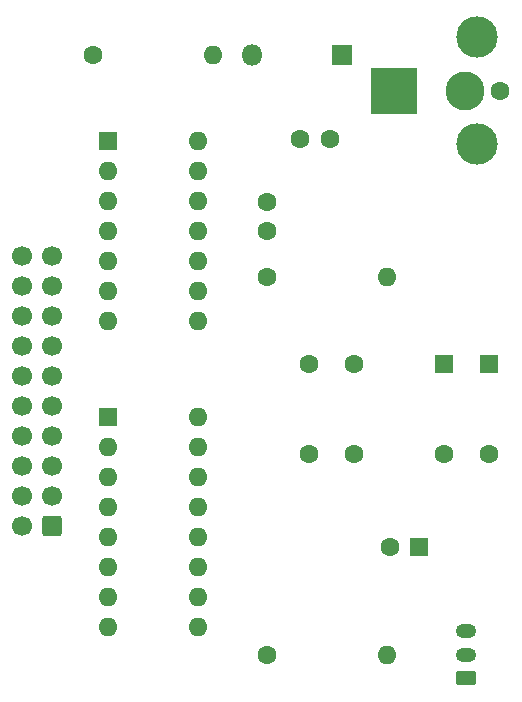
<source format=gbr>
%TF.GenerationSoftware,KiCad,Pcbnew,(6.0.4-0)*%
%TF.CreationDate,2023-05-07T08:38:51+01:00*%
%TF.ProjectId,BeebLED,42656562-4c45-4442-9e6b-696361645f70,rev?*%
%TF.SameCoordinates,Original*%
%TF.FileFunction,Soldermask,Top*%
%TF.FilePolarity,Negative*%
%FSLAX46Y46*%
G04 Gerber Fmt 4.6, Leading zero omitted, Abs format (unit mm)*
G04 Created by KiCad (PCBNEW (6.0.4-0)) date 2023-05-07 08:38:51*
%MOMM*%
%LPD*%
G01*
G04 APERTURE LIST*
G04 Aperture macros list*
%AMRoundRect*
0 Rectangle with rounded corners*
0 $1 Rounding radius*
0 $2 $3 $4 $5 $6 $7 $8 $9 X,Y pos of 4 corners*
0 Add a 4 corners polygon primitive as box body*
4,1,4,$2,$3,$4,$5,$6,$7,$8,$9,$2,$3,0*
0 Add four circle primitives for the rounded corners*
1,1,$1+$1,$2,$3*
1,1,$1+$1,$4,$5*
1,1,$1+$1,$6,$7*
1,1,$1+$1,$8,$9*
0 Add four rect primitives between the rounded corners*
20,1,$1+$1,$2,$3,$4,$5,0*
20,1,$1+$1,$4,$5,$6,$7,0*
20,1,$1+$1,$6,$7,$8,$9,0*
20,1,$1+$1,$8,$9,$2,$3,0*%
G04 Aperture macros list end*
%ADD10C,1.600000*%
%ADD11O,1.600000X1.600000*%
%ADD12R,1.600000X1.600000*%
%ADD13C,3.500000*%
%ADD14R,4.000000X4.000000*%
%ADD15C,3.300000*%
%ADD16R,1.800000X1.800000*%
%ADD17O,1.800000X1.800000*%
%ADD18RoundRect,0.250000X0.625000X-0.350000X0.625000X0.350000X-0.625000X0.350000X-0.625000X-0.350000X0*%
%ADD19O,1.750000X1.200000*%
%ADD20RoundRect,0.250000X0.600000X0.600000X-0.600000X0.600000X-0.600000X-0.600000X0.600000X-0.600000X0*%
%ADD21C,1.700000*%
G04 APERTURE END LIST*
D10*
%TO.C,C1*%
X112776000Y-56622000D03*
X112776000Y-54122000D03*
%TD*%
%TO.C,R3*%
X112776000Y-92456000D03*
D11*
X122936000Y-92456000D03*
%TD*%
D12*
%TO.C,U2*%
X99324000Y-72380000D03*
D11*
X99324000Y-74920000D03*
X99324000Y-77460000D03*
X99324000Y-80000000D03*
X99324000Y-82540000D03*
X99324000Y-85080000D03*
X99324000Y-87620000D03*
X99324000Y-90160000D03*
X106944000Y-90160000D03*
X106944000Y-87620000D03*
X106944000Y-85080000D03*
X106944000Y-82540000D03*
X106944000Y-80000000D03*
X106944000Y-77460000D03*
X106944000Y-74920000D03*
X106944000Y-72380000D03*
%TD*%
D13*
%TO.C,J2*%
X130524000Y-49204000D03*
X130524000Y-40204000D03*
D10*
X132524000Y-44704000D03*
D14*
X123524000Y-44704000D03*
D15*
X129524000Y-44704000D03*
%TD*%
D12*
%TO.C,X1*%
X131572000Y-67818000D03*
D10*
X116332000Y-67818000D03*
X116332000Y-75438000D03*
X131572000Y-75438000D03*
%TD*%
D16*
%TO.C,D1*%
X119126000Y-41656000D03*
D17*
X111506000Y-41656000D03*
%TD*%
D12*
%TO.C,C3*%
X125665113Y-83312000D03*
D10*
X123165113Y-83312000D03*
%TD*%
D18*
%TO.C,J3*%
X129630000Y-94456000D03*
D19*
X129630000Y-92456000D03*
X129630000Y-90456000D03*
%TD*%
D20*
%TO.C,J1*%
X94597500Y-81534000D03*
D21*
X92057500Y-81534000D03*
X94597500Y-78994000D03*
X92057500Y-78994000D03*
X94597500Y-76454000D03*
X92057500Y-76454000D03*
X94597500Y-73914000D03*
X92057500Y-73914000D03*
X94597500Y-71374000D03*
X92057500Y-71374000D03*
X94597500Y-68834000D03*
X92057500Y-68834000D03*
X94597500Y-66294000D03*
X92057500Y-66294000D03*
X94597500Y-63754000D03*
X92057500Y-63754000D03*
X94597500Y-61214000D03*
X92057500Y-61214000D03*
X94597500Y-58674000D03*
X92057500Y-58674000D03*
%TD*%
D12*
%TO.C,X2*%
X127762000Y-67818000D03*
D10*
X120142000Y-67818000D03*
X120142000Y-75438000D03*
X127762000Y-75438000D03*
%TD*%
D12*
%TO.C,U1*%
X99324000Y-49012000D03*
D11*
X99324000Y-51552000D03*
X99324000Y-54092000D03*
X99324000Y-56632000D03*
X99324000Y-59172000D03*
X99324000Y-61712000D03*
X99324000Y-64252000D03*
X106944000Y-64252000D03*
X106944000Y-61712000D03*
X106944000Y-59172000D03*
X106944000Y-56632000D03*
X106944000Y-54092000D03*
X106944000Y-51552000D03*
X106944000Y-49012000D03*
%TD*%
D10*
%TO.C,R1*%
X112776000Y-60452000D03*
D11*
X122936000Y-60452000D03*
%TD*%
D10*
%TO.C,C2*%
X115590000Y-48768000D03*
X118090000Y-48768000D03*
%TD*%
%TO.C,R2*%
X98044000Y-41656000D03*
D11*
X108204000Y-41656000D03*
%TD*%
M02*

</source>
